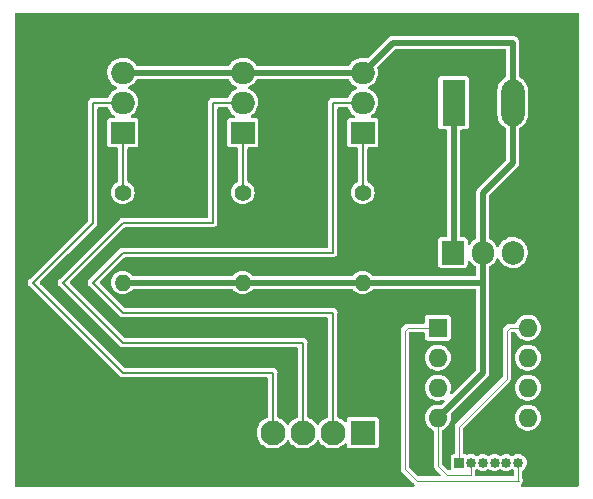
<source format=gbl>
G04 #@! TF.GenerationSoftware,KiCad,Pcbnew,7.0.8*
G04 #@! TF.CreationDate,2023-11-20T21:20:03+01:00*
G04 #@! TF.ProjectId,led-controller,6c65642d-636f-46e7-9472-6f6c6c65722e,rev?*
G04 #@! TF.SameCoordinates,Original*
G04 #@! TF.FileFunction,Copper,L2,Bot*
G04 #@! TF.FilePolarity,Positive*
%FSLAX46Y46*%
G04 Gerber Fmt 4.6, Leading zero omitted, Abs format (unit mm)*
G04 Created by KiCad (PCBNEW 7.0.8) date 2023-11-20 21:20:03*
%MOMM*%
%LPD*%
G01*
G04 APERTURE LIST*
G04 #@! TA.AperFunction,ComponentPad*
%ADD10R,2.000000X1.905000*%
G04 #@! TD*
G04 #@! TA.AperFunction,ComponentPad*
%ADD11O,2.000000X1.905000*%
G04 #@! TD*
G04 #@! TA.AperFunction,ComponentPad*
%ADD12R,1.600000X1.600000*%
G04 #@! TD*
G04 #@! TA.AperFunction,ComponentPad*
%ADD13O,1.600000X1.600000*%
G04 #@! TD*
G04 #@! TA.AperFunction,ComponentPad*
%ADD14R,1.905000X2.000000*%
G04 #@! TD*
G04 #@! TA.AperFunction,ComponentPad*
%ADD15O,1.905000X2.000000*%
G04 #@! TD*
G04 #@! TA.AperFunction,ComponentPad*
%ADD16C,1.400000*%
G04 #@! TD*
G04 #@! TA.AperFunction,ComponentPad*
%ADD17O,1.400000X1.400000*%
G04 #@! TD*
G04 #@! TA.AperFunction,ComponentPad*
%ADD18R,0.850000X0.850000*%
G04 #@! TD*
G04 #@! TA.AperFunction,ComponentPad*
%ADD19O,0.850000X0.850000*%
G04 #@! TD*
G04 #@! TA.AperFunction,ComponentPad*
%ADD20R,2.100000X2.100000*%
G04 #@! TD*
G04 #@! TA.AperFunction,ComponentPad*
%ADD21C,2.100000*%
G04 #@! TD*
G04 #@! TA.AperFunction,ComponentPad*
%ADD22R,1.980000X3.960000*%
G04 #@! TD*
G04 #@! TA.AperFunction,ComponentPad*
%ADD23O,1.980000X3.960000*%
G04 #@! TD*
G04 #@! TA.AperFunction,Conductor*
%ADD24C,0.200000*%
G04 #@! TD*
G04 #@! TA.AperFunction,Conductor*
%ADD25C,0.500000*%
G04 #@! TD*
G04 #@! TA.AperFunction,Conductor*
%ADD26C,0.100000*%
G04 #@! TD*
G04 APERTURE END LIST*
D10*
X86360000Y-91440000D03*
D11*
X86360000Y-88900000D03*
X86360000Y-86360000D03*
D12*
X102880000Y-107960000D03*
D13*
X102880000Y-110500000D03*
X102880000Y-113040000D03*
X102880000Y-115580000D03*
X110500000Y-115580000D03*
X110500000Y-113040000D03*
X110500000Y-110500000D03*
X110500000Y-107960000D03*
D14*
X104140000Y-101600000D03*
D15*
X106680000Y-101600000D03*
X109220000Y-101600000D03*
D16*
X76200000Y-96520000D03*
D17*
X76200000Y-104140000D03*
D18*
X104680000Y-119380000D03*
D19*
X105680000Y-119380000D03*
X106680000Y-119380000D03*
X107680000Y-119380000D03*
X108680000Y-119380000D03*
X109680000Y-119380000D03*
D16*
X86360000Y-96520000D03*
D17*
X86360000Y-104140000D03*
D16*
X96520000Y-96520000D03*
D17*
X96520000Y-104140000D03*
D20*
X96520000Y-116840000D03*
D21*
X93980000Y-116840000D03*
X91440000Y-116840000D03*
X88900000Y-116840000D03*
D22*
X104220000Y-88900000D03*
D23*
X109220000Y-88900000D03*
D10*
X96520000Y-91440000D03*
D11*
X96520000Y-88900000D03*
X96520000Y-86360000D03*
D10*
X76200000Y-91440000D03*
D11*
X76200000Y-88900000D03*
X76200000Y-86360000D03*
D24*
X76200000Y-101600000D02*
X73660000Y-104140000D01*
X93980000Y-101600000D02*
X76200000Y-101600000D01*
X93980000Y-88900000D02*
X93980000Y-101600000D01*
X76200000Y-106680000D02*
X93980000Y-106680000D01*
X73660000Y-104140000D02*
X76200000Y-106680000D01*
X96520000Y-88900000D02*
X93980000Y-88900000D01*
X93980000Y-106680000D02*
X93980000Y-116840000D01*
D25*
X99060000Y-83820000D02*
X109220000Y-83820000D01*
X109220000Y-88900000D02*
X109220000Y-93980000D01*
D26*
X105680000Y-120380000D02*
X105680000Y-119380000D01*
X102880000Y-115580000D02*
X102880000Y-119644000D01*
D25*
X106680000Y-104140000D02*
X106680000Y-111780000D01*
D26*
X102880000Y-119644000D02*
X103632000Y-120396000D01*
D25*
X96520000Y-86360000D02*
X99060000Y-83820000D01*
X106680000Y-104140000D02*
X76200000Y-104140000D01*
X106680000Y-96520000D02*
X106680000Y-101600000D01*
X86360000Y-86360000D02*
X96520000Y-86360000D01*
X106680000Y-111780000D02*
X102880000Y-115580000D01*
X109220000Y-83820000D02*
X109220000Y-88900000D01*
X106680000Y-101600000D02*
X106680000Y-104140000D01*
X109220000Y-93980000D02*
X106680000Y-96520000D01*
D26*
X103632000Y-120396000D02*
X105664000Y-120396000D01*
X105664000Y-120396000D02*
X105680000Y-120380000D01*
D25*
X76200000Y-86360000D02*
X86360000Y-86360000D01*
D24*
X76200000Y-109220000D02*
X91440000Y-109220000D01*
X91440000Y-109220000D02*
X91440000Y-116840000D01*
X86360000Y-88900000D02*
X83820000Y-88900000D01*
X83820000Y-99060000D02*
X76200000Y-99060000D01*
X83820000Y-88900000D02*
X83820000Y-99060000D01*
X71120000Y-104140000D02*
X76200000Y-109220000D01*
X76200000Y-99060000D02*
X71120000Y-104140000D01*
X76200000Y-91440000D02*
X76200000Y-96520000D01*
X73660000Y-99060000D02*
X68580000Y-104140000D01*
X88900000Y-111760000D02*
X88900000Y-116840000D01*
X73660000Y-88900000D02*
X73660000Y-99060000D01*
X76200000Y-111760000D02*
X88900000Y-111760000D01*
X68580000Y-104140000D02*
X76200000Y-111760000D01*
X76200000Y-88900000D02*
X73660000Y-88900000D01*
D25*
X104220000Y-101520000D02*
X104140000Y-101600000D01*
X104220000Y-88900000D02*
X104220000Y-101520000D01*
D26*
X108712000Y-112268000D02*
X104648000Y-116332000D01*
X108956000Y-107960000D02*
X108712000Y-108204000D01*
X110500000Y-107960000D02*
X108956000Y-107960000D01*
X104680000Y-116364000D02*
X104680000Y-119380000D01*
X108712000Y-108204000D02*
X108712000Y-112268000D01*
X104648000Y-116332000D02*
X104680000Y-116364000D01*
D24*
X96520000Y-96520000D02*
X96520000Y-91440000D01*
X86360000Y-96520000D02*
X86360000Y-91440000D01*
D26*
X100076000Y-108204000D02*
X100076000Y-119888000D01*
X100320000Y-107960000D02*
X100076000Y-108204000D01*
X100076000Y-119888000D02*
X101092000Y-120904000D01*
X101092000Y-120904000D02*
X109728000Y-120904000D01*
X109680000Y-120856000D02*
X109680000Y-119380000D01*
X102880000Y-107960000D02*
X100320000Y-107960000D01*
X109728000Y-120904000D02*
X109680000Y-120856000D01*
G04 #@! TA.AperFunction,NonConductor*
G36*
X95338788Y-86930185D02*
G01*
X95380942Y-86975739D01*
X95422553Y-87053064D01*
X95563177Y-87229402D01*
X95563181Y-87229405D01*
X95563184Y-87229409D01*
X95733021Y-87377790D01*
X95733021Y-87377791D01*
X95733025Y-87377793D01*
X95733028Y-87377796D01*
X95926646Y-87493477D01*
X95980246Y-87513593D01*
X96036092Y-87555576D01*
X96060376Y-87621090D01*
X96045385Y-87689333D01*
X95995880Y-87738638D01*
X95990476Y-87741405D01*
X95827238Y-87820016D01*
X95827232Y-87820019D01*
X95644775Y-87952582D01*
X95644767Y-87952588D01*
X95488906Y-88115606D01*
X95364654Y-88303841D01*
X95364654Y-88303842D01*
X95321183Y-88405549D01*
X95313196Y-88424235D01*
X95268747Y-88478143D01*
X95202209Y-88499463D01*
X95199174Y-88499500D01*
X94021275Y-88499500D01*
X94001879Y-88497973D01*
X93980000Y-88494508D01*
X93979998Y-88494508D01*
X93948481Y-88499500D01*
X93854699Y-88514352D01*
X93854698Y-88514352D01*
X93779337Y-88552751D01*
X93741658Y-88571950D01*
X93741657Y-88571951D01*
X93741652Y-88571954D01*
X93651954Y-88661652D01*
X93651951Y-88661657D01*
X93594352Y-88774698D01*
X93594352Y-88774699D01*
X93574508Y-88899996D01*
X93574508Y-88900000D01*
X93577973Y-88921876D01*
X93579500Y-88941275D01*
X93579500Y-101075500D01*
X93559815Y-101142539D01*
X93507011Y-101188294D01*
X93455500Y-101199500D01*
X76165948Y-101199500D01*
X76165924Y-101199501D01*
X76136564Y-101199501D01*
X76115499Y-101206346D01*
X76096582Y-101210887D01*
X76074700Y-101214352D01*
X76074695Y-101214354D01*
X76054950Y-101224414D01*
X76036986Y-101231855D01*
X76015907Y-101238705D01*
X75997984Y-101251727D01*
X75981399Y-101261890D01*
X75961659Y-101271948D01*
X75950375Y-101283232D01*
X75939091Y-101294517D01*
X74966884Y-102266723D01*
X73405988Y-103827617D01*
X73391196Y-103840252D01*
X73373274Y-103853273D01*
X73352495Y-103881872D01*
X73352493Y-103881874D01*
X73325799Y-103918617D01*
X73298705Y-103955908D01*
X73259500Y-104076565D01*
X73259500Y-104203434D01*
X73279102Y-104263761D01*
X73298704Y-104324090D01*
X73298705Y-104324091D01*
X73355906Y-104402824D01*
X73355920Y-104402841D01*
X73373272Y-104426724D01*
X73373273Y-104426724D01*
X73373274Y-104426726D01*
X73391201Y-104439751D01*
X73405988Y-104452381D01*
X75871950Y-106918342D01*
X75961658Y-107008050D01*
X75981395Y-107018106D01*
X75997981Y-107028269D01*
X76015910Y-107041296D01*
X76015912Y-107041296D01*
X76015913Y-107041297D01*
X76036974Y-107048140D01*
X76054953Y-107055586D01*
X76074696Y-107065646D01*
X76096585Y-107069112D01*
X76115501Y-107073653D01*
X76136567Y-107080499D01*
X76165924Y-107080499D01*
X76165948Y-107080500D01*
X76168481Y-107080500D01*
X93455500Y-107080500D01*
X93522539Y-107100185D01*
X93568294Y-107152989D01*
X93579500Y-107204500D01*
X93579500Y-115457647D01*
X93559815Y-115524686D01*
X93507905Y-115570029D01*
X93302171Y-115665964D01*
X93302169Y-115665965D01*
X93108597Y-115801505D01*
X92941505Y-115968597D01*
X92811575Y-116154158D01*
X92756998Y-116197783D01*
X92687500Y-116204977D01*
X92625145Y-116173454D01*
X92608425Y-116154158D01*
X92478494Y-115968597D01*
X92311402Y-115801506D01*
X92311395Y-115801501D01*
X92117834Y-115665967D01*
X92117830Y-115665965D01*
X91912095Y-115570029D01*
X91859656Y-115523857D01*
X91840500Y-115457647D01*
X91840500Y-109261275D01*
X91842027Y-109241876D01*
X91845492Y-109220000D01*
X91845492Y-109219996D01*
X91825647Y-109094699D01*
X91825647Y-109094698D01*
X91808222Y-109060500D01*
X91768050Y-108981658D01*
X91768046Y-108981654D01*
X91768045Y-108981652D01*
X91678347Y-108891954D01*
X91678344Y-108891952D01*
X91678342Y-108891950D01*
X91565304Y-108834354D01*
X91565303Y-108834353D01*
X91565300Y-108834352D01*
X91471519Y-108819500D01*
X91440002Y-108814508D01*
X91440000Y-108814508D01*
X91418120Y-108817973D01*
X91398725Y-108819500D01*
X76417255Y-108819500D01*
X76350216Y-108799815D01*
X76329574Y-108783181D01*
X71774074Y-104227681D01*
X71740589Y-104166358D01*
X71745573Y-104096666D01*
X71774074Y-104052319D01*
X76329574Y-99496819D01*
X76390897Y-99463334D01*
X76417255Y-99460500D01*
X83778725Y-99460500D01*
X83798120Y-99462026D01*
X83820000Y-99465492D01*
X83820003Y-99465492D01*
X83945300Y-99445647D01*
X83945301Y-99445647D01*
X83945302Y-99445646D01*
X83945304Y-99445646D01*
X84058342Y-99388050D01*
X84148050Y-99298342D01*
X84205646Y-99185304D01*
X84205646Y-99185302D01*
X84205647Y-99185301D01*
X84221260Y-99086724D01*
X84221260Y-99086714D01*
X84225492Y-99060000D01*
X84222026Y-99038121D01*
X84220500Y-99018724D01*
X84220500Y-89424500D01*
X84240185Y-89357461D01*
X84292989Y-89311706D01*
X84344500Y-89300500D01*
X85035056Y-89300500D01*
X85102095Y-89320185D01*
X85147850Y-89372989D01*
X85152986Y-89386179D01*
X85155674Y-89394451D01*
X85262553Y-89593064D01*
X85403177Y-89769402D01*
X85403181Y-89769405D01*
X85403184Y-89769409D01*
X85573021Y-89917790D01*
X85573028Y-89917796D01*
X85637897Y-89956553D01*
X85685350Y-90007835D01*
X85697545Y-90076632D01*
X85670610Y-90141101D01*
X85613096Y-90180774D01*
X85574297Y-90187000D01*
X85315143Y-90187000D01*
X85315117Y-90187002D01*
X85290012Y-90189913D01*
X85290008Y-90189915D01*
X85187235Y-90235293D01*
X85107794Y-90314734D01*
X85062415Y-90417506D01*
X85062415Y-90417508D01*
X85059500Y-90442631D01*
X85059500Y-92437356D01*
X85059502Y-92437382D01*
X85062413Y-92462487D01*
X85062415Y-92462491D01*
X85107793Y-92565264D01*
X85107794Y-92565265D01*
X85187235Y-92644706D01*
X85290009Y-92690085D01*
X85315135Y-92693000D01*
X85835500Y-92692999D01*
X85902539Y-92712683D01*
X85948294Y-92765487D01*
X85959500Y-92816999D01*
X85959500Y-95525293D01*
X85939815Y-95592332D01*
X85893955Y-95634650D01*
X85801460Y-95684090D01*
X85649116Y-95809116D01*
X85524090Y-95961460D01*
X85524086Y-95961467D01*
X85431188Y-96135266D01*
X85373975Y-96323870D01*
X85354659Y-96520000D01*
X85373975Y-96716129D01*
X85431188Y-96904733D01*
X85524086Y-97078532D01*
X85524090Y-97078539D01*
X85649116Y-97230883D01*
X85801460Y-97355909D01*
X85801467Y-97355913D01*
X85975266Y-97448811D01*
X85975269Y-97448811D01*
X85975273Y-97448814D01*
X86163868Y-97506024D01*
X86360000Y-97525341D01*
X86556132Y-97506024D01*
X86744727Y-97448814D01*
X86918538Y-97355910D01*
X87070883Y-97230883D01*
X87195910Y-97078538D01*
X87288814Y-96904727D01*
X87346024Y-96716132D01*
X87365341Y-96520000D01*
X87346024Y-96323868D01*
X87288814Y-96135273D01*
X87288811Y-96135269D01*
X87288811Y-96135266D01*
X87195913Y-95961467D01*
X87195909Y-95961460D01*
X87070883Y-95809116D01*
X86918539Y-95684090D01*
X86826045Y-95634650D01*
X86776202Y-95585687D01*
X86760500Y-95525293D01*
X86760500Y-92816999D01*
X86780185Y-92749960D01*
X86832989Y-92704205D01*
X86884500Y-92692999D01*
X87404856Y-92692999D01*
X87404864Y-92692999D01*
X87404879Y-92692997D01*
X87404882Y-92692997D01*
X87429987Y-92690086D01*
X87429988Y-92690085D01*
X87429991Y-92690085D01*
X87532765Y-92644706D01*
X87612206Y-92565265D01*
X87657585Y-92462491D01*
X87660500Y-92437365D01*
X87660499Y-90442636D01*
X87660497Y-90442617D01*
X87657586Y-90417512D01*
X87657585Y-90417510D01*
X87657585Y-90417509D01*
X87612206Y-90314735D01*
X87532765Y-90235294D01*
X87532763Y-90235293D01*
X87429992Y-90189915D01*
X87404868Y-90187000D01*
X87149461Y-90187000D01*
X87082422Y-90167315D01*
X87036667Y-90114511D01*
X87026723Y-90045353D01*
X87055748Y-89981797D01*
X87076576Y-89962682D01*
X87235224Y-89847417D01*
X87235230Y-89847413D01*
X87391095Y-89684391D01*
X87515346Y-89496158D01*
X87603991Y-89288763D01*
X87654179Y-89068874D01*
X87664298Y-88843557D01*
X87634023Y-88620054D01*
X87564326Y-88405549D01*
X87457447Y-88206936D01*
X87316823Y-88030598D01*
X87316817Y-88030593D01*
X87316815Y-88030590D01*
X87146978Y-87882209D01*
X87146978Y-87882208D01*
X87146973Y-87882205D01*
X87146972Y-87882204D01*
X86953354Y-87766523D01*
X86899752Y-87746405D01*
X86843906Y-87704422D01*
X86819623Y-87638908D01*
X86834614Y-87570665D01*
X86884120Y-87521361D01*
X86889505Y-87518603D01*
X87052761Y-87439984D01*
X87235230Y-87307413D01*
X87391095Y-87144391D01*
X87508725Y-86966189D01*
X87562085Y-86921084D01*
X87612212Y-86910500D01*
X95271749Y-86910500D01*
X95338788Y-86930185D01*
G37*
G04 #@! TD.AperFunction*
G04 #@! TA.AperFunction,NonConductor*
G36*
X85178788Y-86930185D02*
G01*
X85220942Y-86975739D01*
X85262553Y-87053064D01*
X85403177Y-87229402D01*
X85403181Y-87229405D01*
X85403184Y-87229409D01*
X85573021Y-87377790D01*
X85573021Y-87377791D01*
X85573025Y-87377793D01*
X85573028Y-87377796D01*
X85766646Y-87493477D01*
X85820246Y-87513593D01*
X85876092Y-87555576D01*
X85900376Y-87621090D01*
X85885385Y-87689333D01*
X85835880Y-87738638D01*
X85830476Y-87741405D01*
X85667238Y-87820016D01*
X85667232Y-87820019D01*
X85484775Y-87952582D01*
X85484767Y-87952588D01*
X85328906Y-88115606D01*
X85204654Y-88303841D01*
X85204654Y-88303842D01*
X85161183Y-88405549D01*
X85153196Y-88424235D01*
X85108747Y-88478143D01*
X85042209Y-88499463D01*
X85039174Y-88499500D01*
X83861275Y-88499500D01*
X83841879Y-88497973D01*
X83820000Y-88494508D01*
X83819998Y-88494508D01*
X83788481Y-88499500D01*
X83694699Y-88514352D01*
X83694698Y-88514352D01*
X83619337Y-88552751D01*
X83581658Y-88571950D01*
X83581657Y-88571951D01*
X83581652Y-88571954D01*
X83491954Y-88661652D01*
X83491951Y-88661657D01*
X83434352Y-88774698D01*
X83434352Y-88774699D01*
X83414508Y-88899996D01*
X83414508Y-88900000D01*
X83417973Y-88921876D01*
X83419500Y-88941275D01*
X83419500Y-98535500D01*
X83399815Y-98602539D01*
X83347011Y-98648294D01*
X83295500Y-98659500D01*
X76136567Y-98659500D01*
X76115491Y-98666347D01*
X76096582Y-98670887D01*
X76074695Y-98674354D01*
X76054952Y-98684413D01*
X76036988Y-98691854D01*
X76015910Y-98698703D01*
X76015905Y-98698706D01*
X75997977Y-98711731D01*
X75981397Y-98721891D01*
X75961660Y-98731948D01*
X75961659Y-98731949D01*
X75939094Y-98754513D01*
X75939091Y-98754516D01*
X70865988Y-103827617D01*
X70851196Y-103840252D01*
X70833274Y-103853273D01*
X70812495Y-103881872D01*
X70812493Y-103881874D01*
X70785799Y-103918617D01*
X70758705Y-103955908D01*
X70719500Y-104076565D01*
X70719500Y-104203434D01*
X70739102Y-104263761D01*
X70758704Y-104324090D01*
X70758705Y-104324091D01*
X70815906Y-104402824D01*
X70815920Y-104402841D01*
X70833272Y-104426724D01*
X70833273Y-104426724D01*
X70833274Y-104426726D01*
X70851201Y-104439751D01*
X70865988Y-104452381D01*
X75940986Y-109527380D01*
X75941006Y-109527398D01*
X75961658Y-109548050D01*
X75981394Y-109558106D01*
X75997982Y-109568271D01*
X76015910Y-109581296D01*
X76036979Y-109588141D01*
X76054958Y-109595588D01*
X76074696Y-109605646D01*
X76096578Y-109609111D01*
X76115491Y-109613652D01*
X76136567Y-109620500D01*
X76168481Y-109620500D01*
X90915500Y-109620500D01*
X90982539Y-109640185D01*
X91028294Y-109692989D01*
X91039500Y-109744500D01*
X91039500Y-115457647D01*
X91019815Y-115524686D01*
X90967905Y-115570029D01*
X90762171Y-115665964D01*
X90762169Y-115665965D01*
X90568597Y-115801505D01*
X90401505Y-115968597D01*
X90271575Y-116154158D01*
X90216998Y-116197783D01*
X90147500Y-116204977D01*
X90085145Y-116173454D01*
X90068425Y-116154158D01*
X89938494Y-115968597D01*
X89771402Y-115801506D01*
X89771395Y-115801501D01*
X89577834Y-115665967D01*
X89577830Y-115665965D01*
X89372095Y-115570029D01*
X89319656Y-115523857D01*
X89300500Y-115457647D01*
X89300500Y-111801275D01*
X89302027Y-111781876D01*
X89305492Y-111760000D01*
X89305492Y-111759996D01*
X89285647Y-111634699D01*
X89285647Y-111634698D01*
X89262002Y-111588293D01*
X89228050Y-111521658D01*
X89228046Y-111521654D01*
X89228045Y-111521652D01*
X89138347Y-111431954D01*
X89138344Y-111431952D01*
X89138342Y-111431950D01*
X89025304Y-111374354D01*
X89025303Y-111374353D01*
X89025300Y-111374352D01*
X88931519Y-111359500D01*
X88900002Y-111354508D01*
X88900000Y-111354508D01*
X88878120Y-111357973D01*
X88858725Y-111359500D01*
X76417254Y-111359500D01*
X76350215Y-111339815D01*
X76329573Y-111323181D01*
X69234073Y-104227681D01*
X69200588Y-104166358D01*
X69205572Y-104096666D01*
X69234073Y-104052319D01*
X71561089Y-101725304D01*
X73965484Y-99320909D01*
X73965484Y-99320908D01*
X73972552Y-99313841D01*
X73972557Y-99313834D01*
X73988050Y-99298342D01*
X73998114Y-99278588D01*
X74008263Y-99262026D01*
X74021296Y-99244090D01*
X74028144Y-99223011D01*
X74035586Y-99205044D01*
X74045646Y-99185304D01*
X74049112Y-99163417D01*
X74053655Y-99144498D01*
X74060500Y-99123433D01*
X74060500Y-98996567D01*
X74060500Y-89424500D01*
X74080185Y-89357461D01*
X74132989Y-89311706D01*
X74184500Y-89300500D01*
X74875056Y-89300500D01*
X74942095Y-89320185D01*
X74987850Y-89372989D01*
X74992986Y-89386179D01*
X74995674Y-89394451D01*
X75102553Y-89593064D01*
X75243177Y-89769402D01*
X75243181Y-89769405D01*
X75243184Y-89769409D01*
X75413021Y-89917790D01*
X75413028Y-89917796D01*
X75477897Y-89956553D01*
X75525350Y-90007835D01*
X75537545Y-90076632D01*
X75510610Y-90141101D01*
X75453096Y-90180774D01*
X75414297Y-90187000D01*
X75155143Y-90187000D01*
X75155117Y-90187002D01*
X75130012Y-90189913D01*
X75130008Y-90189915D01*
X75027235Y-90235293D01*
X74947794Y-90314734D01*
X74902415Y-90417506D01*
X74902415Y-90417508D01*
X74899500Y-90442631D01*
X74899500Y-92437356D01*
X74899502Y-92437382D01*
X74902413Y-92462487D01*
X74902415Y-92462491D01*
X74947793Y-92565264D01*
X74947794Y-92565265D01*
X75027235Y-92644706D01*
X75130009Y-92690085D01*
X75155135Y-92693000D01*
X75675500Y-92692999D01*
X75742539Y-92712683D01*
X75788294Y-92765487D01*
X75799500Y-92816999D01*
X75799500Y-95525293D01*
X75779815Y-95592332D01*
X75733955Y-95634650D01*
X75641460Y-95684090D01*
X75489116Y-95809116D01*
X75364090Y-95961460D01*
X75364086Y-95961467D01*
X75271188Y-96135266D01*
X75213975Y-96323870D01*
X75194659Y-96520000D01*
X75213975Y-96716129D01*
X75271188Y-96904733D01*
X75364086Y-97078532D01*
X75364090Y-97078539D01*
X75489116Y-97230883D01*
X75641460Y-97355909D01*
X75641467Y-97355913D01*
X75815266Y-97448811D01*
X75815269Y-97448811D01*
X75815273Y-97448814D01*
X76003868Y-97506024D01*
X76200000Y-97525341D01*
X76396132Y-97506024D01*
X76584727Y-97448814D01*
X76758538Y-97355910D01*
X76910883Y-97230883D01*
X77035910Y-97078538D01*
X77128814Y-96904727D01*
X77186024Y-96716132D01*
X77205341Y-96520000D01*
X77186024Y-96323868D01*
X77128814Y-96135273D01*
X77128811Y-96135269D01*
X77128811Y-96135266D01*
X77035913Y-95961467D01*
X77035909Y-95961460D01*
X76910883Y-95809116D01*
X76758539Y-95684090D01*
X76666045Y-95634650D01*
X76616202Y-95585687D01*
X76600500Y-95525293D01*
X76600500Y-92816999D01*
X76620185Y-92749960D01*
X76672989Y-92704205D01*
X76724500Y-92692999D01*
X77244856Y-92692999D01*
X77244864Y-92692999D01*
X77244879Y-92692997D01*
X77244882Y-92692997D01*
X77269987Y-92690086D01*
X77269988Y-92690085D01*
X77269991Y-92690085D01*
X77372765Y-92644706D01*
X77452206Y-92565265D01*
X77497585Y-92462491D01*
X77500500Y-92437365D01*
X77500499Y-90442636D01*
X77500497Y-90442617D01*
X77497586Y-90417512D01*
X77497585Y-90417510D01*
X77497585Y-90417509D01*
X77452206Y-90314735D01*
X77372765Y-90235294D01*
X77372763Y-90235293D01*
X77269992Y-90189915D01*
X77244868Y-90187000D01*
X76989461Y-90187000D01*
X76922422Y-90167315D01*
X76876667Y-90114511D01*
X76866723Y-90045353D01*
X76895748Y-89981797D01*
X76916576Y-89962682D01*
X77075224Y-89847417D01*
X77075230Y-89847413D01*
X77231095Y-89684391D01*
X77355346Y-89496158D01*
X77443991Y-89288763D01*
X77494179Y-89068874D01*
X77504298Y-88843557D01*
X77474023Y-88620054D01*
X77404326Y-88405549D01*
X77297447Y-88206936D01*
X77156823Y-88030598D01*
X77156817Y-88030593D01*
X77156815Y-88030590D01*
X76986978Y-87882209D01*
X76986978Y-87882208D01*
X76986973Y-87882205D01*
X76986972Y-87882204D01*
X76793354Y-87766523D01*
X76739752Y-87746405D01*
X76683906Y-87704422D01*
X76659623Y-87638908D01*
X76674614Y-87570665D01*
X76724120Y-87521361D01*
X76729505Y-87518603D01*
X76892761Y-87439984D01*
X77075230Y-87307413D01*
X77231095Y-87144391D01*
X77348725Y-86966189D01*
X77402085Y-86921084D01*
X77452212Y-86910500D01*
X85111749Y-86910500D01*
X85178788Y-86930185D01*
G37*
G04 #@! TD.AperFunction*
G04 #@! TA.AperFunction,NonConductor*
G36*
X109245971Y-119964113D02*
G01*
X109267698Y-119977765D01*
X109271473Y-119980137D01*
X109317764Y-120032472D01*
X109329500Y-120085130D01*
X109329500Y-120429500D01*
X109309815Y-120496539D01*
X109257011Y-120542294D01*
X109205500Y-120553500D01*
X106156886Y-120553500D01*
X106089847Y-120533815D01*
X106044092Y-120481011D01*
X106036877Y-120434063D01*
X106033042Y-120434222D01*
X106030500Y-120372770D01*
X106030500Y-120085130D01*
X106050185Y-120018091D01*
X106088523Y-119980139D01*
X106114027Y-119964113D01*
X106181261Y-119945113D01*
X106245970Y-119964112D01*
X106363225Y-120037789D01*
X106517539Y-120091786D01*
X106517542Y-120091786D01*
X106517544Y-120091787D01*
X106679996Y-120110091D01*
X106680000Y-120110091D01*
X106680004Y-120110091D01*
X106842455Y-120091787D01*
X106842456Y-120091786D01*
X106842461Y-120091786D01*
X106996775Y-120037789D01*
X107114028Y-119964113D01*
X107181264Y-119945113D01*
X107245971Y-119964113D01*
X107308465Y-120003381D01*
X107344168Y-120025815D01*
X107363225Y-120037789D01*
X107517539Y-120091786D01*
X107517542Y-120091786D01*
X107517544Y-120091787D01*
X107679996Y-120110091D01*
X107680000Y-120110091D01*
X107680004Y-120110091D01*
X107842455Y-120091787D01*
X107842456Y-120091786D01*
X107842461Y-120091786D01*
X107996775Y-120037789D01*
X108114028Y-119964113D01*
X108181264Y-119945113D01*
X108245971Y-119964113D01*
X108308465Y-120003381D01*
X108344168Y-120025815D01*
X108363225Y-120037789D01*
X108517539Y-120091786D01*
X108517542Y-120091786D01*
X108517544Y-120091787D01*
X108679996Y-120110091D01*
X108680000Y-120110091D01*
X108680004Y-120110091D01*
X108842455Y-120091787D01*
X108842456Y-120091786D01*
X108842461Y-120091786D01*
X108996775Y-120037789D01*
X109114028Y-119964113D01*
X109181264Y-119945113D01*
X109245971Y-119964113D01*
G37*
G04 #@! TD.AperFunction*
G04 #@! TA.AperFunction,NonConductor*
G36*
X114750539Y-81300185D02*
G01*
X114796294Y-81352989D01*
X114807500Y-81404500D01*
X114807500Y-121287500D01*
X114787815Y-121354539D01*
X114735011Y-121400294D01*
X114683500Y-121411500D01*
X110015702Y-121411500D01*
X109948663Y-121391815D01*
X109902908Y-121339011D01*
X109892964Y-121269853D01*
X109921989Y-121206297D01*
X109939543Y-121189644D01*
X109946252Y-121184420D01*
X109946258Y-121184418D01*
X109968533Y-121160218D01*
X109974064Y-121154912D01*
X109999158Y-121133660D01*
X110003903Y-121125695D01*
X110019196Y-121105185D01*
X110025484Y-121098356D01*
X110038691Y-121068245D01*
X110042211Y-121061407D01*
X110059037Y-121033171D01*
X110060940Y-121024092D01*
X110068747Y-120999725D01*
X110072473Y-120991232D01*
X110075188Y-120958463D01*
X110076297Y-120950852D01*
X110083042Y-120918685D01*
X110081894Y-120909484D01*
X110081365Y-120883904D01*
X110082132Y-120874656D01*
X110074059Y-120842781D01*
X110072638Y-120835226D01*
X110068573Y-120802607D01*
X110064496Y-120794267D01*
X110055693Y-120770250D01*
X110053416Y-120761259D01*
X110053415Y-120761257D01*
X110050690Y-120757086D01*
X110030503Y-120690196D01*
X110030500Y-120689267D01*
X110030500Y-120085130D01*
X110050185Y-120018091D01*
X110088526Y-119980137D01*
X110135204Y-119950808D01*
X110250808Y-119835204D01*
X110337789Y-119696775D01*
X110391786Y-119542461D01*
X110391787Y-119542455D01*
X110410091Y-119380003D01*
X110410091Y-119379996D01*
X110391787Y-119217544D01*
X110391786Y-119217542D01*
X110391786Y-119217539D01*
X110337789Y-119063225D01*
X110250808Y-118924796D01*
X110135204Y-118809192D01*
X110114028Y-118795886D01*
X109996774Y-118722210D01*
X109842455Y-118668212D01*
X109680004Y-118649909D01*
X109679996Y-118649909D01*
X109517544Y-118668212D01*
X109363225Y-118722210D01*
X109245972Y-118795886D01*
X109178735Y-118814886D01*
X109114028Y-118795886D01*
X108996774Y-118722210D01*
X108842455Y-118668212D01*
X108680004Y-118649909D01*
X108679996Y-118649909D01*
X108517544Y-118668212D01*
X108363225Y-118722210D01*
X108245972Y-118795886D01*
X108178735Y-118814886D01*
X108114028Y-118795886D01*
X107996774Y-118722210D01*
X107842455Y-118668212D01*
X107680004Y-118649909D01*
X107679996Y-118649909D01*
X107517544Y-118668212D01*
X107363225Y-118722210D01*
X107245972Y-118795886D01*
X107178735Y-118814886D01*
X107114028Y-118795886D01*
X106996774Y-118722210D01*
X106842455Y-118668212D01*
X106680004Y-118649909D01*
X106679996Y-118649909D01*
X106517544Y-118668212D01*
X106363225Y-118722210D01*
X106245972Y-118795886D01*
X106178735Y-118814886D01*
X106114028Y-118795886D01*
X105996774Y-118722210D01*
X105842455Y-118668212D01*
X105680004Y-118649909D01*
X105679996Y-118649909D01*
X105517544Y-118668212D01*
X105384666Y-118714708D01*
X105314887Y-118718269D01*
X105288634Y-118706620D01*
X105288275Y-118707435D01*
X105277765Y-118702794D01*
X105234612Y-118683740D01*
X105174992Y-118657415D01*
X105149859Y-118654499D01*
X105147333Y-118654353D01*
X105146725Y-118654135D01*
X105146306Y-118654087D01*
X105146317Y-118653989D01*
X105081543Y-118630826D01*
X105038917Y-118575466D01*
X105030500Y-118530560D01*
X105030500Y-116496542D01*
X105050185Y-116429503D01*
X105066814Y-116408866D01*
X105895680Y-115580000D01*
X109394785Y-115580000D01*
X109413602Y-115783082D01*
X109469417Y-115979247D01*
X109469422Y-115979260D01*
X109560327Y-116161821D01*
X109683237Y-116324581D01*
X109833958Y-116461980D01*
X109833960Y-116461982D01*
X109851605Y-116472907D01*
X110007363Y-116569348D01*
X110197544Y-116643024D01*
X110398024Y-116680500D01*
X110398026Y-116680500D01*
X110601974Y-116680500D01*
X110601976Y-116680500D01*
X110802456Y-116643024D01*
X110992637Y-116569348D01*
X111166041Y-116461981D01*
X111316764Y-116324579D01*
X111439673Y-116161821D01*
X111530582Y-115979250D01*
X111586397Y-115783083D01*
X111605215Y-115580000D01*
X111602358Y-115549172D01*
X111586397Y-115376917D01*
X111563186Y-115295339D01*
X111530582Y-115180750D01*
X111439673Y-114998179D01*
X111316764Y-114835421D01*
X111316762Y-114835418D01*
X111166041Y-114698019D01*
X111166039Y-114698017D01*
X110992642Y-114590655D01*
X110992635Y-114590651D01*
X110897546Y-114553814D01*
X110802456Y-114516976D01*
X110601976Y-114479500D01*
X110398024Y-114479500D01*
X110197544Y-114516976D01*
X110197541Y-114516976D01*
X110197541Y-114516977D01*
X110007364Y-114590651D01*
X110007357Y-114590655D01*
X109833960Y-114698017D01*
X109833958Y-114698019D01*
X109683237Y-114835418D01*
X109560327Y-114998178D01*
X109469422Y-115180739D01*
X109469417Y-115180752D01*
X109413602Y-115376917D01*
X109394785Y-115579999D01*
X109394785Y-115580000D01*
X105895680Y-115580000D01*
X108435679Y-113040000D01*
X109394785Y-113040000D01*
X109413602Y-113243082D01*
X109469417Y-113439247D01*
X109469422Y-113439260D01*
X109560327Y-113621821D01*
X109683237Y-113784581D01*
X109833958Y-113921980D01*
X109833960Y-113921982D01*
X109933141Y-113983392D01*
X110007363Y-114029348D01*
X110197544Y-114103024D01*
X110398024Y-114140500D01*
X110398026Y-114140500D01*
X110601974Y-114140500D01*
X110601976Y-114140500D01*
X110802456Y-114103024D01*
X110992637Y-114029348D01*
X111166041Y-113921981D01*
X111316764Y-113784579D01*
X111439673Y-113621821D01*
X111530582Y-113439250D01*
X111586397Y-113243083D01*
X111605215Y-113040000D01*
X111586397Y-112836917D01*
X111530582Y-112640750D01*
X111439673Y-112458179D01*
X111340225Y-112326488D01*
X111316762Y-112295418D01*
X111166041Y-112158019D01*
X111166039Y-112158017D01*
X110992642Y-112050655D01*
X110992635Y-112050651D01*
X110897546Y-112013814D01*
X110802456Y-111976976D01*
X110601976Y-111939500D01*
X110398024Y-111939500D01*
X110197544Y-111976976D01*
X110197541Y-111976976D01*
X110197541Y-111976977D01*
X110007364Y-112050651D01*
X110007357Y-112050655D01*
X109833960Y-112158017D01*
X109833958Y-112158019D01*
X109683237Y-112295418D01*
X109560327Y-112458178D01*
X109469422Y-112640739D01*
X109469417Y-112640752D01*
X109413602Y-112836917D01*
X109394785Y-113039999D01*
X109394785Y-113040000D01*
X108435679Y-113040000D01*
X108925043Y-112550636D01*
X108944894Y-112534516D01*
X108952669Y-112529437D01*
X108972864Y-112503488D01*
X108977942Y-112497737D01*
X108980375Y-112495306D01*
X108993038Y-112477569D01*
X109024517Y-112437126D01*
X109024519Y-112437119D01*
X109028017Y-112430655D01*
X109031235Y-112424072D01*
X109031240Y-112424066D01*
X109045861Y-112374954D01*
X109062500Y-112326488D01*
X109062500Y-112326479D01*
X109063706Y-112319256D01*
X109064617Y-112311952D01*
X109062500Y-112260768D01*
X109062500Y-110500000D01*
X109394785Y-110500000D01*
X109413602Y-110703082D01*
X109469417Y-110899247D01*
X109469422Y-110899260D01*
X109560327Y-111081821D01*
X109683237Y-111244581D01*
X109833958Y-111381980D01*
X109833960Y-111381982D01*
X109914662Y-111431950D01*
X110007363Y-111489348D01*
X110197544Y-111563024D01*
X110398024Y-111600500D01*
X110398026Y-111600500D01*
X110601974Y-111600500D01*
X110601976Y-111600500D01*
X110802456Y-111563024D01*
X110992637Y-111489348D01*
X111166041Y-111381981D01*
X111316764Y-111244579D01*
X111439673Y-111081821D01*
X111530582Y-110899250D01*
X111586397Y-110703083D01*
X111605215Y-110500000D01*
X111586397Y-110296917D01*
X111530582Y-110100750D01*
X111439673Y-109918179D01*
X111316764Y-109755421D01*
X111316762Y-109755418D01*
X111166041Y-109618019D01*
X111166039Y-109618017D01*
X110992642Y-109510655D01*
X110992635Y-109510651D01*
X110897546Y-109473814D01*
X110802456Y-109436976D01*
X110601976Y-109399500D01*
X110398024Y-109399500D01*
X110197544Y-109436976D01*
X110197541Y-109436976D01*
X110197541Y-109436977D01*
X110007364Y-109510651D01*
X110007357Y-109510655D01*
X109833960Y-109618017D01*
X109833958Y-109618019D01*
X109683237Y-109755418D01*
X109560327Y-109918178D01*
X109469422Y-110100739D01*
X109469417Y-110100752D01*
X109413602Y-110296917D01*
X109394785Y-110499999D01*
X109394785Y-110500000D01*
X109062500Y-110500000D01*
X109062500Y-108434500D01*
X109082185Y-108367461D01*
X109134989Y-108321706D01*
X109186500Y-108310500D01*
X109368365Y-108310500D01*
X109435404Y-108330185D01*
X109479365Y-108379228D01*
X109560327Y-108541821D01*
X109683237Y-108704581D01*
X109833958Y-108841980D01*
X109833960Y-108841982D01*
X109914662Y-108891950D01*
X110007363Y-108949348D01*
X110197544Y-109023024D01*
X110398024Y-109060500D01*
X110398026Y-109060500D01*
X110601974Y-109060500D01*
X110601976Y-109060500D01*
X110802456Y-109023024D01*
X110992637Y-108949348D01*
X111166041Y-108841981D01*
X111316764Y-108704579D01*
X111439673Y-108541821D01*
X111530582Y-108359250D01*
X111586397Y-108163083D01*
X111605215Y-107960000D01*
X111603128Y-107937482D01*
X111586397Y-107756917D01*
X111548552Y-107623908D01*
X111530582Y-107560750D01*
X111526493Y-107552539D01*
X111486272Y-107471764D01*
X111439673Y-107378179D01*
X111316764Y-107215421D01*
X111316762Y-107215418D01*
X111166041Y-107078019D01*
X111166039Y-107078017D01*
X110992642Y-106970655D01*
X110992635Y-106970651D01*
X110857608Y-106918342D01*
X110802456Y-106896976D01*
X110601976Y-106859500D01*
X110398024Y-106859500D01*
X110197544Y-106896976D01*
X110197541Y-106896976D01*
X110197541Y-106896977D01*
X110007364Y-106970651D01*
X110007357Y-106970655D01*
X109833960Y-107078017D01*
X109833958Y-107078019D01*
X109683237Y-107215418D01*
X109560327Y-107378178D01*
X109479365Y-107540772D01*
X109431862Y-107592009D01*
X109368365Y-107609500D01*
X109005206Y-107609500D01*
X108979761Y-107606861D01*
X108970685Y-107604958D01*
X108970682Y-107604958D01*
X108938068Y-107609023D01*
X108930392Y-107609500D01*
X108926960Y-107609500D01*
X108912619Y-107611892D01*
X108905448Y-107613089D01*
X108888621Y-107615186D01*
X108854607Y-107619427D01*
X108854606Y-107619427D01*
X108854601Y-107619428D01*
X108847575Y-107621519D01*
X108840623Y-107623906D01*
X108795555Y-107648295D01*
X108749512Y-107670803D01*
X108743566Y-107675048D01*
X108737742Y-107679581D01*
X108703042Y-107717275D01*
X108498955Y-107921361D01*
X108479106Y-107937482D01*
X108471331Y-107942562D01*
X108451143Y-107968498D01*
X108446067Y-107974248D01*
X108443634Y-107976681D01*
X108443623Y-107976694D01*
X108430954Y-107994438D01*
X108399483Y-108034872D01*
X108395975Y-108041353D01*
X108392760Y-108047932D01*
X108378138Y-108097045D01*
X108361498Y-108145516D01*
X108360294Y-108152733D01*
X108359382Y-108160046D01*
X108361500Y-108211230D01*
X108361500Y-112071455D01*
X108341815Y-112138494D01*
X108325181Y-112159136D01*
X104412222Y-116072095D01*
X104408452Y-116075565D01*
X104376840Y-116102341D01*
X104355635Y-116137927D01*
X104352832Y-116142216D01*
X104328761Y-116175930D01*
X104327901Y-116177689D01*
X104317670Y-116201015D01*
X104316962Y-116202831D01*
X104308460Y-116243371D01*
X104307203Y-116248337D01*
X104295383Y-116288042D01*
X104295141Y-116289982D01*
X104293036Y-116315387D01*
X104292956Y-116317313D01*
X104298082Y-116358430D01*
X104298505Y-116363538D01*
X104300217Y-116404923D01*
X104300218Y-116404926D01*
X104300617Y-116406830D01*
X104306871Y-116431526D01*
X104307426Y-116433392D01*
X104316900Y-116452770D01*
X104329500Y-116507232D01*
X104329500Y-118530561D01*
X104309815Y-118597600D01*
X104257011Y-118643355D01*
X104212672Y-118654353D01*
X104210144Y-118654499D01*
X104185011Y-118657414D01*
X104185008Y-118657415D01*
X104082235Y-118702793D01*
X104002794Y-118782234D01*
X103957415Y-118885006D01*
X103957415Y-118885008D01*
X103954500Y-118910131D01*
X103954500Y-119849856D01*
X103954502Y-119849882D01*
X103957413Y-119874987D01*
X103959863Y-119883989D01*
X103957565Y-119884614D01*
X103964906Y-119940698D01*
X103935079Y-120003882D01*
X103875828Y-120040909D01*
X103842401Y-120045500D01*
X103828543Y-120045500D01*
X103761504Y-120025815D01*
X103740862Y-120009181D01*
X103266819Y-119535137D01*
X103233334Y-119473814D01*
X103230500Y-119447456D01*
X103230500Y-116709353D01*
X103250185Y-116642314D01*
X103302989Y-116596559D01*
X103309699Y-116593729D01*
X103372637Y-116569348D01*
X103546041Y-116461981D01*
X103696764Y-116324579D01*
X103819673Y-116161821D01*
X103910582Y-115979250D01*
X103966397Y-115783083D01*
X103985215Y-115580000D01*
X103966397Y-115376917D01*
X103963128Y-115365428D01*
X103963712Y-115295565D01*
X103994710Y-115243813D01*
X107062618Y-112175906D01*
X107111044Y-112130680D01*
X107134049Y-112092847D01*
X107137606Y-112087622D01*
X107164361Y-112052342D01*
X107170943Y-112035648D01*
X107180344Y-112016719D01*
X107189672Y-112001382D01*
X107201619Y-111958739D01*
X107203632Y-111952753D01*
X107219876Y-111911564D01*
X107221711Y-111893716D01*
X107225658Y-111872944D01*
X107230500Y-111855665D01*
X107230500Y-111811405D01*
X107230825Y-111805060D01*
X107232217Y-111791518D01*
X107235352Y-111761028D01*
X107232303Y-111743343D01*
X107230500Y-111722275D01*
X107230500Y-104160937D01*
X107230645Y-104156704D01*
X107234381Y-104102079D01*
X107234380Y-104102073D01*
X107233093Y-104095877D01*
X107230500Y-104070653D01*
X107230500Y-102848250D01*
X107250185Y-102781211D01*
X107295740Y-102739056D01*
X107373064Y-102697447D01*
X107549402Y-102556823D01*
X107697796Y-102386972D01*
X107813477Y-102193354D01*
X107833594Y-102139751D01*
X107875576Y-102083907D01*
X107941090Y-102059623D01*
X108009332Y-102074613D01*
X108058637Y-102124119D01*
X108061405Y-102129524D01*
X108140013Y-102292757D01*
X108140019Y-102292767D01*
X108272582Y-102475224D01*
X108272588Y-102475232D01*
X108435607Y-102631093D01*
X108435606Y-102631093D01*
X108435608Y-102631094D01*
X108435609Y-102631095D01*
X108623842Y-102755346D01*
X108831237Y-102843991D01*
X109051126Y-102894179D01*
X109276443Y-102904298D01*
X109499946Y-102874023D01*
X109714451Y-102804326D01*
X109913064Y-102697447D01*
X110089402Y-102556823D01*
X110237796Y-102386972D01*
X110353477Y-102193354D01*
X110432728Y-101982192D01*
X110473000Y-101760272D01*
X110473000Y-101496224D01*
X110457847Y-101327864D01*
X110457847Y-101327862D01*
X110397848Y-101110459D01*
X110397842Y-101110444D01*
X110299986Y-100907242D01*
X110299980Y-100907232D01*
X110167417Y-100724775D01*
X110167411Y-100724767D01*
X110004392Y-100568906D01*
X110004393Y-100568906D01*
X109816158Y-100444654D01*
X109775402Y-100427234D01*
X109608763Y-100356009D01*
X109608756Y-100356007D01*
X109608752Y-100356006D01*
X109388874Y-100305821D01*
X109163561Y-100295702D01*
X109163560Y-100295702D01*
X109163557Y-100295702D01*
X108940054Y-100325977D01*
X108940052Y-100325977D01*
X108940049Y-100325978D01*
X108725549Y-100395673D01*
X108526938Y-100502551D01*
X108526935Y-100502553D01*
X108443731Y-100568906D01*
X108350598Y-100643177D01*
X108350596Y-100643178D01*
X108350590Y-100643184D01*
X108202209Y-100813021D01*
X108202208Y-100813021D01*
X108086523Y-101006646D01*
X108066407Y-101060245D01*
X108024421Y-101116093D01*
X107958907Y-101140376D01*
X107890664Y-101125384D01*
X107841360Y-101075878D01*
X107838594Y-101070475D01*
X107759986Y-100907242D01*
X107759980Y-100907232D01*
X107627417Y-100724775D01*
X107627411Y-100724767D01*
X107464395Y-100568908D01*
X107464392Y-100568906D01*
X107464391Y-100568905D01*
X107363864Y-100502548D01*
X107286188Y-100451274D01*
X107241083Y-100397914D01*
X107230500Y-100347787D01*
X107230500Y-96799386D01*
X107250185Y-96732347D01*
X107266819Y-96711705D01*
X109602603Y-94375920D01*
X109651044Y-94330680D01*
X109674041Y-94292861D01*
X109677613Y-94287611D01*
X109704361Y-94252342D01*
X109710945Y-94235643D01*
X109720344Y-94216719D01*
X109729672Y-94201382D01*
X109741611Y-94158765D01*
X109743631Y-94152755D01*
X109759876Y-94111565D01*
X109761710Y-94093715D01*
X109765659Y-94072941D01*
X109770500Y-94055666D01*
X109770500Y-94011398D01*
X109770825Y-94005054D01*
X109775351Y-93961029D01*
X109772303Y-93943348D01*
X109770500Y-93922281D01*
X109770500Y-91136203D01*
X109790185Y-91069164D01*
X109842094Y-91023821D01*
X109867715Y-91011875D01*
X110052686Y-90882357D01*
X110212357Y-90722686D01*
X110341875Y-90537715D01*
X110437306Y-90333063D01*
X110495750Y-90114949D01*
X110510500Y-89946352D01*
X110510500Y-87853648D01*
X110495750Y-87685051D01*
X110437306Y-87466937D01*
X110341875Y-87262285D01*
X110341873Y-87262282D01*
X110341872Y-87262280D01*
X110212360Y-87077318D01*
X110212355Y-87077312D01*
X110052687Y-86917644D01*
X110052681Y-86917639D01*
X109867716Y-86788125D01*
X109842092Y-86776176D01*
X109789654Y-86730002D01*
X109770500Y-86663795D01*
X109770500Y-83840937D01*
X109770645Y-83836704D01*
X109774381Y-83782079D01*
X109763237Y-83728457D01*
X109762525Y-83724328D01*
X109755070Y-83670080D01*
X109752551Y-83664281D01*
X109744879Y-83640109D01*
X109743592Y-83633915D01*
X109718388Y-83585275D01*
X109716591Y-83581495D01*
X109694780Y-83531280D01*
X109694778Y-83531277D01*
X109690787Y-83526371D01*
X109676884Y-83505174D01*
X109675602Y-83502701D01*
X109673971Y-83499553D01*
X109673968Y-83499550D01*
X109673967Y-83499548D01*
X109636606Y-83459545D01*
X109633823Y-83456353D01*
X109599278Y-83413891D01*
X109599276Y-83413890D01*
X109594111Y-83410244D01*
X109574997Y-83393579D01*
X109570680Y-83388956D01*
X109570679Y-83388955D01*
X109570677Y-83388953D01*
X109535451Y-83367532D01*
X109523895Y-83360505D01*
X109520381Y-83358200D01*
X109475647Y-83326623D01*
X109475644Y-83326622D01*
X109475643Y-83326621D01*
X109475644Y-83326621D01*
X109469683Y-83324503D01*
X109446782Y-83313612D01*
X109441382Y-83310328D01*
X109441379Y-83310327D01*
X109441380Y-83310327D01*
X109388689Y-83295563D01*
X109384655Y-83294283D01*
X109333059Y-83275946D01*
X109333048Y-83275944D01*
X109326731Y-83275512D01*
X109301755Y-83271206D01*
X109295666Y-83269500D01*
X109295665Y-83269500D01*
X109240938Y-83269500D01*
X109236705Y-83269355D01*
X109182081Y-83265618D01*
X109182079Y-83265619D01*
X109175884Y-83266906D01*
X109150656Y-83269500D01*
X99069397Y-83269500D01*
X99003174Y-83267238D01*
X99003173Y-83267238D01*
X99003171Y-83267238D01*
X98960170Y-83277717D01*
X98953930Y-83278902D01*
X98910079Y-83284930D01*
X98893616Y-83292081D01*
X98873575Y-83298820D01*
X98856150Y-83303066D01*
X98856145Y-83303068D01*
X98817567Y-83324758D01*
X98811881Y-83327582D01*
X98771279Y-83345220D01*
X98757357Y-83356546D01*
X98739883Y-83368438D01*
X98724246Y-83377230D01*
X98724239Y-83377235D01*
X98692940Y-83408534D01*
X98688226Y-83412788D01*
X98653893Y-83440720D01*
X98643541Y-83455385D01*
X98629920Y-83471554D01*
X96992135Y-85109338D01*
X96930812Y-85142823D01*
X96882313Y-85143664D01*
X96680275Y-85107000D01*
X96680272Y-85107000D01*
X96416224Y-85107000D01*
X96384875Y-85109821D01*
X96247862Y-85122152D01*
X96030459Y-85182151D01*
X96030444Y-85182157D01*
X95827242Y-85280013D01*
X95827232Y-85280019D01*
X95644775Y-85412582D01*
X95644767Y-85412588D01*
X95488906Y-85575607D01*
X95371275Y-85753811D01*
X95317915Y-85798916D01*
X95267788Y-85809500D01*
X87608251Y-85809500D01*
X87541212Y-85789815D01*
X87499057Y-85744260D01*
X87457448Y-85666938D01*
X87457446Y-85666935D01*
X87316823Y-85490598D01*
X87316817Y-85490593D01*
X87316815Y-85490590D01*
X87146978Y-85342209D01*
X87146978Y-85342208D01*
X87146973Y-85342205D01*
X87146972Y-85342204D01*
X86953354Y-85226523D01*
X86874102Y-85196779D01*
X86742191Y-85147271D01*
X86520275Y-85107000D01*
X86520272Y-85107000D01*
X86256224Y-85107000D01*
X86224875Y-85109821D01*
X86087862Y-85122152D01*
X85870459Y-85182151D01*
X85870444Y-85182157D01*
X85667242Y-85280013D01*
X85667232Y-85280019D01*
X85484775Y-85412582D01*
X85484767Y-85412588D01*
X85328906Y-85575607D01*
X85211275Y-85753811D01*
X85157915Y-85798916D01*
X85107788Y-85809500D01*
X77448251Y-85809500D01*
X77381212Y-85789815D01*
X77339057Y-85744260D01*
X77297448Y-85666938D01*
X77297446Y-85666935D01*
X77156823Y-85490598D01*
X77156817Y-85490593D01*
X77156815Y-85490590D01*
X76986978Y-85342209D01*
X76986978Y-85342208D01*
X76986973Y-85342205D01*
X76986972Y-85342204D01*
X76793354Y-85226523D01*
X76714102Y-85196779D01*
X76582191Y-85147271D01*
X76360275Y-85107000D01*
X76360272Y-85107000D01*
X76096224Y-85107000D01*
X76064875Y-85109821D01*
X75927862Y-85122152D01*
X75710459Y-85182151D01*
X75710444Y-85182157D01*
X75507242Y-85280013D01*
X75507232Y-85280019D01*
X75324775Y-85412582D01*
X75324767Y-85412588D01*
X75168906Y-85575606D01*
X75044654Y-85763841D01*
X74956009Y-85971238D01*
X74956006Y-85971247D01*
X74905821Y-86191122D01*
X74905821Y-86191129D01*
X74900772Y-86303561D01*
X74895702Y-86416443D01*
X74925977Y-86639946D01*
X74925978Y-86639950D01*
X74995673Y-86854450D01*
X75102551Y-87053061D01*
X75102553Y-87053064D01*
X75243177Y-87229402D01*
X75243181Y-87229405D01*
X75243184Y-87229409D01*
X75413021Y-87377790D01*
X75413021Y-87377791D01*
X75413025Y-87377793D01*
X75413028Y-87377796D01*
X75606646Y-87493477D01*
X75660246Y-87513593D01*
X75716092Y-87555576D01*
X75740376Y-87621090D01*
X75725385Y-87689333D01*
X75675880Y-87738638D01*
X75670476Y-87741405D01*
X75507238Y-87820016D01*
X75507232Y-87820019D01*
X75324775Y-87952582D01*
X75324767Y-87952588D01*
X75168906Y-88115606D01*
X75044654Y-88303841D01*
X75044654Y-88303842D01*
X75001183Y-88405549D01*
X74993196Y-88424235D01*
X74948747Y-88478143D01*
X74882209Y-88499463D01*
X74879174Y-88499500D01*
X73701275Y-88499500D01*
X73681879Y-88497973D01*
X73660000Y-88494508D01*
X73659998Y-88494508D01*
X73628481Y-88499500D01*
X73534699Y-88514352D01*
X73534698Y-88514352D01*
X73459337Y-88552751D01*
X73421658Y-88571950D01*
X73421657Y-88571951D01*
X73421652Y-88571954D01*
X73331954Y-88661652D01*
X73331951Y-88661657D01*
X73274352Y-88774698D01*
X73274352Y-88774699D01*
X73254508Y-88899996D01*
X73254508Y-88900000D01*
X73257973Y-88921876D01*
X73259500Y-88941275D01*
X73259500Y-98842744D01*
X73239815Y-98909783D01*
X73223181Y-98930425D01*
X68325988Y-103827617D01*
X68311196Y-103840252D01*
X68293274Y-103853273D01*
X68272495Y-103881872D01*
X68272493Y-103881874D01*
X68245799Y-103918617D01*
X68218705Y-103955908D01*
X68179500Y-104076565D01*
X68179500Y-104203434D01*
X68199102Y-104263761D01*
X68218704Y-104324090D01*
X68218705Y-104324091D01*
X68275906Y-104402824D01*
X68275920Y-104402841D01*
X68293272Y-104426724D01*
X68293273Y-104426724D01*
X68293274Y-104426726D01*
X68311201Y-104439751D01*
X68325988Y-104452381D01*
X75871950Y-111998342D01*
X75961658Y-112088050D01*
X75981395Y-112098106D01*
X75997981Y-112108269D01*
X76015910Y-112121296D01*
X76015912Y-112121296D01*
X76015913Y-112121297D01*
X76036974Y-112128140D01*
X76054952Y-112135586D01*
X76074694Y-112145645D01*
X76074696Y-112145646D01*
X76096585Y-112149112D01*
X76115501Y-112153653D01*
X76136567Y-112160499D01*
X76165924Y-112160499D01*
X76165948Y-112160500D01*
X76168481Y-112160500D01*
X88375500Y-112160500D01*
X88442539Y-112180185D01*
X88488294Y-112232989D01*
X88499500Y-112284500D01*
X88499500Y-115457647D01*
X88479815Y-115524686D01*
X88427905Y-115570029D01*
X88222171Y-115665964D01*
X88222169Y-115665965D01*
X88028597Y-115801505D01*
X87861505Y-115968597D01*
X87725965Y-116162169D01*
X87725964Y-116162171D01*
X87626098Y-116376335D01*
X87626094Y-116376344D01*
X87564938Y-116604586D01*
X87564936Y-116604596D01*
X87544341Y-116839999D01*
X87544341Y-116840000D01*
X87564936Y-117075403D01*
X87564938Y-117075413D01*
X87626094Y-117303655D01*
X87626096Y-117303659D01*
X87626097Y-117303663D01*
X87630000Y-117312032D01*
X87725965Y-117517830D01*
X87725967Y-117517834D01*
X87834281Y-117672521D01*
X87861505Y-117711401D01*
X88028599Y-117878495D01*
X88109089Y-117934855D01*
X88222165Y-118014032D01*
X88222167Y-118014033D01*
X88222170Y-118014035D01*
X88436337Y-118113903D01*
X88664592Y-118175063D01*
X88841034Y-118190500D01*
X88899999Y-118195659D01*
X88900000Y-118195659D01*
X88900001Y-118195659D01*
X88958966Y-118190500D01*
X89135408Y-118175063D01*
X89363663Y-118113903D01*
X89577830Y-118014035D01*
X89771401Y-117878495D01*
X89938495Y-117711401D01*
X90068425Y-117525842D01*
X90123002Y-117482217D01*
X90192500Y-117475023D01*
X90254855Y-117506546D01*
X90271575Y-117525842D01*
X90401500Y-117711395D01*
X90401505Y-117711401D01*
X90568599Y-117878495D01*
X90649089Y-117934855D01*
X90762165Y-118014032D01*
X90762167Y-118014033D01*
X90762170Y-118014035D01*
X90976337Y-118113903D01*
X91204592Y-118175063D01*
X91381034Y-118190500D01*
X91439999Y-118195659D01*
X91440000Y-118195659D01*
X91440001Y-118195659D01*
X91498966Y-118190500D01*
X91675408Y-118175063D01*
X91903663Y-118113903D01*
X92117830Y-118014035D01*
X92311401Y-117878495D01*
X92478495Y-117711401D01*
X92608425Y-117525842D01*
X92663002Y-117482217D01*
X92732500Y-117475023D01*
X92794855Y-117506546D01*
X92811575Y-117525842D01*
X92941500Y-117711395D01*
X92941505Y-117711401D01*
X93108599Y-117878495D01*
X93189089Y-117934855D01*
X93302165Y-118014032D01*
X93302167Y-118014033D01*
X93302170Y-118014035D01*
X93516337Y-118113903D01*
X93744592Y-118175063D01*
X93921034Y-118190500D01*
X93979999Y-118195659D01*
X93980000Y-118195659D01*
X93980001Y-118195659D01*
X94038966Y-118190500D01*
X94215408Y-118175063D01*
X94443663Y-118113903D01*
X94657830Y-118014035D01*
X94851401Y-117878495D01*
X94957822Y-117772073D01*
X95019141Y-117738591D01*
X95088833Y-117743575D01*
X95144767Y-117785446D01*
X95169184Y-117850910D01*
X95169500Y-117859755D01*
X95169500Y-117934855D01*
X95169502Y-117934882D01*
X95172413Y-117959987D01*
X95172415Y-117959991D01*
X95217793Y-118062764D01*
X95217794Y-118062765D01*
X95297235Y-118142206D01*
X95400009Y-118187585D01*
X95425135Y-118190500D01*
X97614864Y-118190499D01*
X97614879Y-118190497D01*
X97614882Y-118190497D01*
X97639987Y-118187586D01*
X97639988Y-118187585D01*
X97639991Y-118187585D01*
X97742765Y-118142206D01*
X97822206Y-118062765D01*
X97867585Y-117959991D01*
X97870500Y-117934865D01*
X97870499Y-115745136D01*
X97870497Y-115745117D01*
X97867586Y-115720012D01*
X97867585Y-115720010D01*
X97867585Y-115720009D01*
X97822206Y-115617235D01*
X97742765Y-115537794D01*
X97711201Y-115523857D01*
X97639992Y-115492415D01*
X97614865Y-115489500D01*
X95425143Y-115489500D01*
X95425117Y-115489502D01*
X95400012Y-115492413D01*
X95400008Y-115492415D01*
X95297235Y-115537793D01*
X95217794Y-115617234D01*
X95172415Y-115720006D01*
X95172415Y-115720008D01*
X95169500Y-115745131D01*
X95169500Y-115820241D01*
X95149815Y-115887280D01*
X95097011Y-115933035D01*
X95027853Y-115942979D01*
X94964297Y-115913954D01*
X94957819Y-115907923D01*
X94937176Y-115887280D01*
X94851401Y-115801505D01*
X94851397Y-115801502D01*
X94851396Y-115801501D01*
X94657834Y-115665967D01*
X94657830Y-115665965D01*
X94452095Y-115570029D01*
X94399656Y-115523857D01*
X94380500Y-115457647D01*
X94380500Y-106721275D01*
X94382027Y-106701876D01*
X94385492Y-106680000D01*
X94385492Y-106679996D01*
X94365647Y-106554699D01*
X94365647Y-106554698D01*
X94365646Y-106554696D01*
X94308050Y-106441658D01*
X94308046Y-106441654D01*
X94308045Y-106441652D01*
X94218347Y-106351954D01*
X94218344Y-106351952D01*
X94218342Y-106351950D01*
X94105304Y-106294354D01*
X94105303Y-106294353D01*
X94105300Y-106294352D01*
X94011519Y-106279500D01*
X93980002Y-106274508D01*
X93980000Y-106274508D01*
X93958120Y-106277973D01*
X93938725Y-106279500D01*
X76417254Y-106279500D01*
X76350215Y-106259815D01*
X76329573Y-106243181D01*
X74314073Y-104227681D01*
X74280588Y-104166358D01*
X74285572Y-104096666D01*
X74314073Y-104052319D01*
X76329573Y-102036819D01*
X76390896Y-102003334D01*
X76417254Y-102000500D01*
X93938725Y-102000500D01*
X93958120Y-102002026D01*
X93980000Y-102005492D01*
X93980003Y-102005492D01*
X94105300Y-101985647D01*
X94105301Y-101985647D01*
X94105302Y-101985646D01*
X94105304Y-101985646D01*
X94218342Y-101928050D01*
X94308050Y-101838342D01*
X94365646Y-101725304D01*
X94365646Y-101725302D01*
X94365647Y-101725301D01*
X94381260Y-101626724D01*
X94381260Y-101626714D01*
X94385492Y-101600000D01*
X94382026Y-101578121D01*
X94380500Y-101558724D01*
X94380500Y-89424500D01*
X94400185Y-89357461D01*
X94452989Y-89311706D01*
X94504500Y-89300500D01*
X95195056Y-89300500D01*
X95262095Y-89320185D01*
X95307850Y-89372989D01*
X95312986Y-89386179D01*
X95315674Y-89394451D01*
X95422553Y-89593064D01*
X95563177Y-89769402D01*
X95563181Y-89769405D01*
X95563184Y-89769409D01*
X95733021Y-89917790D01*
X95733028Y-89917796D01*
X95797897Y-89956553D01*
X95845350Y-90007835D01*
X95857545Y-90076632D01*
X95830610Y-90141101D01*
X95773096Y-90180774D01*
X95734297Y-90187000D01*
X95475143Y-90187000D01*
X95475117Y-90187002D01*
X95450012Y-90189913D01*
X95450008Y-90189915D01*
X95347235Y-90235293D01*
X95267794Y-90314734D01*
X95222415Y-90417506D01*
X95222415Y-90417508D01*
X95219500Y-90442631D01*
X95219500Y-92437356D01*
X95219502Y-92437382D01*
X95222413Y-92462487D01*
X95222415Y-92462491D01*
X95267793Y-92565264D01*
X95267794Y-92565265D01*
X95347235Y-92644706D01*
X95450009Y-92690085D01*
X95475135Y-92693000D01*
X95995500Y-92692999D01*
X96062539Y-92712683D01*
X96108294Y-92765487D01*
X96119500Y-92816999D01*
X96119500Y-95525293D01*
X96099815Y-95592332D01*
X96053955Y-95634650D01*
X95961460Y-95684090D01*
X95809116Y-95809116D01*
X95684090Y-95961460D01*
X95684086Y-95961467D01*
X95591188Y-96135266D01*
X95533975Y-96323870D01*
X95514659Y-96520000D01*
X95533975Y-96716129D01*
X95591188Y-96904733D01*
X95684086Y-97078532D01*
X95684090Y-97078539D01*
X95809116Y-97230883D01*
X95961460Y-97355909D01*
X95961467Y-97355913D01*
X96135266Y-97448811D01*
X96135269Y-97448811D01*
X96135273Y-97448814D01*
X96323868Y-97506024D01*
X96520000Y-97525341D01*
X96716132Y-97506024D01*
X96904727Y-97448814D01*
X97078538Y-97355910D01*
X97230883Y-97230883D01*
X97355910Y-97078538D01*
X97448814Y-96904727D01*
X97506024Y-96716132D01*
X97525341Y-96520000D01*
X97506024Y-96323868D01*
X97448814Y-96135273D01*
X97448811Y-96135269D01*
X97448811Y-96135266D01*
X97355913Y-95961467D01*
X97355909Y-95961460D01*
X97230883Y-95809116D01*
X97078539Y-95684090D01*
X96986045Y-95634650D01*
X96936202Y-95585687D01*
X96920500Y-95525293D01*
X96920500Y-92816999D01*
X96940185Y-92749960D01*
X96992989Y-92704205D01*
X97044500Y-92692999D01*
X97564856Y-92692999D01*
X97564864Y-92692999D01*
X97564879Y-92692997D01*
X97564882Y-92692997D01*
X97589987Y-92690086D01*
X97589988Y-92690085D01*
X97589991Y-92690085D01*
X97692765Y-92644706D01*
X97772206Y-92565265D01*
X97817585Y-92462491D01*
X97820500Y-92437365D01*
X97820499Y-90442636D01*
X97820497Y-90442617D01*
X97817586Y-90417512D01*
X97817585Y-90417510D01*
X97817585Y-90417509D01*
X97772206Y-90314735D01*
X97692765Y-90235294D01*
X97692763Y-90235293D01*
X97589992Y-90189915D01*
X97564868Y-90187000D01*
X97309461Y-90187000D01*
X97242422Y-90167315D01*
X97196667Y-90114511D01*
X97186723Y-90045353D01*
X97215748Y-89981797D01*
X97236576Y-89962682D01*
X97395224Y-89847417D01*
X97395230Y-89847413D01*
X97551095Y-89684391D01*
X97675346Y-89496158D01*
X97763991Y-89288763D01*
X97814179Y-89068874D01*
X97824298Y-88843557D01*
X97794023Y-88620054D01*
X97724326Y-88405549D01*
X97617447Y-88206936D01*
X97476823Y-88030598D01*
X97476817Y-88030593D01*
X97476815Y-88030590D01*
X97306978Y-87882209D01*
X97306978Y-87882208D01*
X97306973Y-87882205D01*
X97306972Y-87882204D01*
X97113354Y-87766523D01*
X97059752Y-87746405D01*
X97003906Y-87704422D01*
X96979623Y-87638908D01*
X96994614Y-87570665D01*
X97044120Y-87521361D01*
X97049505Y-87518603D01*
X97212761Y-87439984D01*
X97395230Y-87307413D01*
X97551095Y-87144391D01*
X97675346Y-86956158D01*
X97763991Y-86748763D01*
X97814179Y-86528874D01*
X97824298Y-86303557D01*
X97794023Y-86080054D01*
X97764641Y-85989629D01*
X97762647Y-85919790D01*
X97794890Y-85863633D01*
X99251705Y-84406819D01*
X99313028Y-84373334D01*
X99339386Y-84370500D01*
X108545500Y-84370500D01*
X108612539Y-84390185D01*
X108658294Y-84442989D01*
X108669500Y-84494500D01*
X108669500Y-86663795D01*
X108649815Y-86730834D01*
X108597908Y-86776176D01*
X108572283Y-86788125D01*
X108387318Y-86917639D01*
X108387312Y-86917644D01*
X108227644Y-87077312D01*
X108227639Y-87077318D01*
X108098127Y-87262280D01*
X108098125Y-87262284D01*
X108002695Y-87466933D01*
X107944250Y-87685049D01*
X107944249Y-87685056D01*
X107929500Y-87853648D01*
X107929500Y-89946352D01*
X107944249Y-90114943D01*
X107944250Y-90114950D01*
X108002695Y-90333066D01*
X108098125Y-90537715D01*
X108098127Y-90537719D01*
X108227639Y-90722681D01*
X108227644Y-90722687D01*
X108387312Y-90882355D01*
X108387318Y-90882360D01*
X108572280Y-91011872D01*
X108572281Y-91011872D01*
X108572285Y-91011875D01*
X108597905Y-91023821D01*
X108650343Y-91069992D01*
X108669500Y-91136203D01*
X108669500Y-93700612D01*
X108649815Y-93767651D01*
X108633181Y-93788293D01*
X106297382Y-96124092D01*
X106248957Y-96169317D01*
X106225956Y-96207139D01*
X106222384Y-96212388D01*
X106195639Y-96247658D01*
X106195636Y-96247663D01*
X106189055Y-96264352D01*
X106179653Y-96283283D01*
X106170327Y-96298619D01*
X106158385Y-96341237D01*
X106156362Y-96347255D01*
X106140122Y-96388440D01*
X106138288Y-96406284D01*
X106134342Y-96427048D01*
X106129501Y-96444328D01*
X106129500Y-96444337D01*
X106129500Y-96488594D01*
X106129175Y-96494939D01*
X106124648Y-96538970D01*
X106124648Y-96538975D01*
X106127697Y-96556656D01*
X106129500Y-96577724D01*
X106129500Y-100351748D01*
X106109815Y-100418787D01*
X106064261Y-100460941D01*
X105986942Y-100502548D01*
X105986935Y-100502553D01*
X105903731Y-100568906D01*
X105810598Y-100643177D01*
X105810596Y-100643178D01*
X105810590Y-100643184D01*
X105662209Y-100813021D01*
X105662202Y-100813029D01*
X105623446Y-100877897D01*
X105572163Y-100925351D01*
X105503366Y-100937545D01*
X105438897Y-100910609D01*
X105399225Y-100853095D01*
X105392999Y-100814297D01*
X105392999Y-100555143D01*
X105392999Y-100555136D01*
X105392997Y-100555117D01*
X105390086Y-100530012D01*
X105390085Y-100530010D01*
X105390085Y-100530009D01*
X105344706Y-100427235D01*
X105265265Y-100347794D01*
X105265249Y-100347787D01*
X105162492Y-100302415D01*
X105137368Y-100299500D01*
X105137365Y-100299500D01*
X104894500Y-100299500D01*
X104827461Y-100279815D01*
X104781706Y-100227011D01*
X104770500Y-100175500D01*
X104770500Y-91304499D01*
X104790185Y-91237460D01*
X104842989Y-91191705D01*
X104894500Y-91180499D01*
X105254856Y-91180499D01*
X105254864Y-91180499D01*
X105254879Y-91180497D01*
X105254882Y-91180497D01*
X105279987Y-91177586D01*
X105279988Y-91177585D01*
X105279991Y-91177585D01*
X105382765Y-91132206D01*
X105462206Y-91052765D01*
X105507585Y-90949991D01*
X105510500Y-90924865D01*
X105510499Y-86875136D01*
X105510497Y-86875117D01*
X105507586Y-86850012D01*
X105507585Y-86850010D01*
X105507585Y-86850009D01*
X105462206Y-86747235D01*
X105382765Y-86667794D01*
X105373708Y-86663795D01*
X105279992Y-86622415D01*
X105254865Y-86619500D01*
X103185143Y-86619500D01*
X103185117Y-86619502D01*
X103160012Y-86622413D01*
X103160008Y-86622415D01*
X103057235Y-86667793D01*
X102977794Y-86747234D01*
X102932415Y-86850006D01*
X102932415Y-86850008D01*
X102929500Y-86875131D01*
X102929500Y-90924856D01*
X102929502Y-90924882D01*
X102932413Y-90949987D01*
X102932415Y-90949991D01*
X102977793Y-91052764D01*
X102977794Y-91052765D01*
X103057235Y-91132206D01*
X103160009Y-91177585D01*
X103185135Y-91180500D01*
X103545500Y-91180499D01*
X103612539Y-91200183D01*
X103658294Y-91252987D01*
X103669500Y-91304499D01*
X103669500Y-100175500D01*
X103649815Y-100242539D01*
X103597011Y-100288294D01*
X103545500Y-100299500D01*
X103142643Y-100299500D01*
X103142617Y-100299502D01*
X103117512Y-100302413D01*
X103117508Y-100302415D01*
X103014735Y-100347793D01*
X102935294Y-100427234D01*
X102889915Y-100530006D01*
X102889915Y-100530008D01*
X102887000Y-100555131D01*
X102887000Y-102644856D01*
X102887002Y-102644882D01*
X102889913Y-102669987D01*
X102889915Y-102669991D01*
X102935293Y-102772764D01*
X102935294Y-102772765D01*
X103014735Y-102852206D01*
X103117509Y-102897585D01*
X103142635Y-102900500D01*
X105137364Y-102900499D01*
X105137379Y-102900497D01*
X105137382Y-102900497D01*
X105162487Y-102897586D01*
X105162488Y-102897585D01*
X105162491Y-102897585D01*
X105265265Y-102852206D01*
X105344706Y-102772765D01*
X105390085Y-102669991D01*
X105393000Y-102644865D01*
X105392999Y-102389458D01*
X105412683Y-102322422D01*
X105465487Y-102276667D01*
X105534646Y-102266723D01*
X105598201Y-102295748D01*
X105617317Y-102316575D01*
X105732586Y-102475229D01*
X105732588Y-102475232D01*
X105895607Y-102631093D01*
X105895606Y-102631093D01*
X105895608Y-102631094D01*
X105895609Y-102631095D01*
X106073812Y-102748725D01*
X106118916Y-102802083D01*
X106129500Y-102852211D01*
X106129500Y-103465500D01*
X106109815Y-103532539D01*
X106057011Y-103578294D01*
X106005500Y-103589500D01*
X97421154Y-103589500D01*
X97354115Y-103569815D01*
X97325301Y-103544165D01*
X97230883Y-103429116D01*
X97078539Y-103304090D01*
X97078532Y-103304086D01*
X96904733Y-103211188D01*
X96904727Y-103211186D01*
X96716132Y-103153976D01*
X96716129Y-103153975D01*
X96520000Y-103134659D01*
X96323870Y-103153975D01*
X96135266Y-103211188D01*
X95961467Y-103304086D01*
X95961460Y-103304090D01*
X95809116Y-103429116D01*
X95714699Y-103544165D01*
X95656954Y-103583499D01*
X95618846Y-103589500D01*
X87261154Y-103589500D01*
X87194115Y-103569815D01*
X87165301Y-103544165D01*
X87070883Y-103429116D01*
X86918539Y-103304090D01*
X86918532Y-103304086D01*
X86744733Y-103211188D01*
X86744727Y-103211186D01*
X86556132Y-103153976D01*
X86556129Y-103153975D01*
X86360000Y-103134659D01*
X86163870Y-103153975D01*
X85975266Y-103211188D01*
X85801467Y-103304086D01*
X85801460Y-103304090D01*
X85649116Y-103429116D01*
X85554699Y-103544165D01*
X85496954Y-103583499D01*
X85458846Y-103589500D01*
X77101154Y-103589500D01*
X77034115Y-103569815D01*
X77005301Y-103544165D01*
X76910883Y-103429116D01*
X76758539Y-103304090D01*
X76758532Y-103304086D01*
X76584733Y-103211188D01*
X76584727Y-103211186D01*
X76396132Y-103153976D01*
X76396129Y-103153975D01*
X76200000Y-103134659D01*
X76003870Y-103153975D01*
X75815266Y-103211188D01*
X75641467Y-103304086D01*
X75641460Y-103304090D01*
X75489116Y-103429116D01*
X75364090Y-103581460D01*
X75364086Y-103581467D01*
X75271188Y-103755266D01*
X75213975Y-103943870D01*
X75194659Y-104140000D01*
X75213975Y-104336129D01*
X75271188Y-104524733D01*
X75364086Y-104698532D01*
X75364090Y-104698539D01*
X75489116Y-104850883D01*
X75641460Y-104975909D01*
X75641467Y-104975913D01*
X75815266Y-105068811D01*
X75815269Y-105068811D01*
X75815273Y-105068814D01*
X76003868Y-105126024D01*
X76200000Y-105145341D01*
X76396132Y-105126024D01*
X76584727Y-105068814D01*
X76758538Y-104975910D01*
X76910883Y-104850883D01*
X77005301Y-104735835D01*
X77063046Y-104696501D01*
X77101154Y-104690500D01*
X85458846Y-104690500D01*
X85525885Y-104710185D01*
X85554699Y-104735835D01*
X85649116Y-104850883D01*
X85801460Y-104975909D01*
X85801467Y-104975913D01*
X85975266Y-105068811D01*
X85975269Y-105068811D01*
X85975273Y-105068814D01*
X86163868Y-105126024D01*
X86360000Y-105145341D01*
X86556132Y-105126024D01*
X86744727Y-105068814D01*
X86918538Y-104975910D01*
X87070883Y-104850883D01*
X87165301Y-104735835D01*
X87223046Y-104696501D01*
X87261154Y-104690500D01*
X95618846Y-104690500D01*
X95685885Y-104710185D01*
X95714699Y-104735835D01*
X95809116Y-104850883D01*
X95961460Y-104975909D01*
X95961467Y-104975913D01*
X96135266Y-105068811D01*
X96135269Y-105068811D01*
X96135273Y-105068814D01*
X96323868Y-105126024D01*
X96520000Y-105145341D01*
X96716132Y-105126024D01*
X96904727Y-105068814D01*
X97078538Y-104975910D01*
X97230883Y-104850883D01*
X97325301Y-104735835D01*
X97383046Y-104696501D01*
X97421154Y-104690500D01*
X106005500Y-104690500D01*
X106072539Y-104710185D01*
X106118294Y-104762989D01*
X106129500Y-104814500D01*
X106129500Y-111500612D01*
X106109815Y-111567651D01*
X106093181Y-111588293D01*
X104116303Y-113565170D01*
X104054980Y-113598655D01*
X103985288Y-113593671D01*
X103929355Y-113551799D01*
X103904938Y-113486335D01*
X103909356Y-113443554D01*
X103910578Y-113439256D01*
X103910582Y-113439250D01*
X103966397Y-113243083D01*
X103985215Y-113040000D01*
X103966397Y-112836917D01*
X103910582Y-112640750D01*
X103819673Y-112458179D01*
X103720225Y-112326488D01*
X103696762Y-112295418D01*
X103546041Y-112158019D01*
X103546039Y-112158017D01*
X103372642Y-112050655D01*
X103372635Y-112050651D01*
X103277546Y-112013814D01*
X103182456Y-111976976D01*
X102981976Y-111939500D01*
X102778024Y-111939500D01*
X102577544Y-111976976D01*
X102577541Y-111976976D01*
X102577541Y-111976977D01*
X102387364Y-112050651D01*
X102387357Y-112050655D01*
X102213960Y-112158017D01*
X102213958Y-112158019D01*
X102063237Y-112295418D01*
X101940327Y-112458178D01*
X101849422Y-112640739D01*
X101849417Y-112640752D01*
X101793602Y-112836917D01*
X101774785Y-113039999D01*
X101774785Y-113040000D01*
X101793602Y-113243082D01*
X101849417Y-113439247D01*
X101849422Y-113439260D01*
X101940327Y-113621821D01*
X102063237Y-113784581D01*
X102213958Y-113921980D01*
X102213960Y-113921982D01*
X102313141Y-113983392D01*
X102387363Y-114029348D01*
X102577544Y-114103024D01*
X102778024Y-114140500D01*
X102778026Y-114140500D01*
X102981974Y-114140500D01*
X102981976Y-114140500D01*
X103182456Y-114103024D01*
X103228874Y-114085041D01*
X103280743Y-114064948D01*
X103350366Y-114059085D01*
X103412106Y-114091795D01*
X103446361Y-114152691D01*
X103442256Y-114222440D01*
X103413218Y-114268255D01*
X103213544Y-114467929D01*
X103152221Y-114501414D01*
X103103079Y-114502137D01*
X103044437Y-114491175D01*
X102981976Y-114479500D01*
X102778024Y-114479500D01*
X102577544Y-114516976D01*
X102577541Y-114516976D01*
X102577541Y-114516977D01*
X102387364Y-114590651D01*
X102387357Y-114590655D01*
X102213960Y-114698017D01*
X102213958Y-114698019D01*
X102063237Y-114835418D01*
X101940327Y-114998178D01*
X101849422Y-115180739D01*
X101849417Y-115180752D01*
X101793602Y-115376917D01*
X101774785Y-115579999D01*
X101774785Y-115580000D01*
X101793602Y-115783082D01*
X101849417Y-115979247D01*
X101849422Y-115979260D01*
X101940327Y-116161821D01*
X102063237Y-116324581D01*
X102213958Y-116461980D01*
X102213960Y-116461982D01*
X102231605Y-116472907D01*
X102387363Y-116569348D01*
X102387368Y-116569349D01*
X102387370Y-116569351D01*
X102417801Y-116581139D01*
X102450292Y-116593726D01*
X102505694Y-116636298D01*
X102529286Y-116702064D01*
X102529500Y-116709353D01*
X102529500Y-119594788D01*
X102526861Y-119620232D01*
X102524957Y-119629311D01*
X102524957Y-119629317D01*
X102529023Y-119661937D01*
X102529500Y-119669614D01*
X102529500Y-119673038D01*
X102533087Y-119694541D01*
X102539427Y-119745393D01*
X102541520Y-119752426D01*
X102543908Y-119759381D01*
X102568295Y-119804444D01*
X102590801Y-119850483D01*
X102595065Y-119856455D01*
X102599580Y-119862256D01*
X102637275Y-119896958D01*
X103082137Y-120341819D01*
X103115622Y-120403142D01*
X103110638Y-120472833D01*
X103068767Y-120528767D01*
X103003302Y-120553184D01*
X102994456Y-120553500D01*
X101288544Y-120553500D01*
X101221505Y-120533815D01*
X101200863Y-120517181D01*
X100462819Y-119779137D01*
X100429334Y-119717814D01*
X100426500Y-119691456D01*
X100426500Y-110500000D01*
X101774785Y-110500000D01*
X101793602Y-110703082D01*
X101849417Y-110899247D01*
X101849422Y-110899260D01*
X101940327Y-111081821D01*
X102063237Y-111244581D01*
X102213958Y-111381980D01*
X102213960Y-111381982D01*
X102294662Y-111431950D01*
X102387363Y-111489348D01*
X102577544Y-111563024D01*
X102778024Y-111600500D01*
X102778026Y-111600500D01*
X102981974Y-111600500D01*
X102981976Y-111600500D01*
X103182456Y-111563024D01*
X103372637Y-111489348D01*
X103546041Y-111381981D01*
X103696764Y-111244579D01*
X103819673Y-111081821D01*
X103910582Y-110899250D01*
X103966397Y-110703083D01*
X103985215Y-110500000D01*
X103966397Y-110296917D01*
X103910582Y-110100750D01*
X103819673Y-109918179D01*
X103696764Y-109755421D01*
X103696762Y-109755418D01*
X103546041Y-109618019D01*
X103546039Y-109618017D01*
X103372642Y-109510655D01*
X103372635Y-109510651D01*
X103277546Y-109473814D01*
X103182456Y-109436976D01*
X102981976Y-109399500D01*
X102778024Y-109399500D01*
X102577544Y-109436976D01*
X102577541Y-109436976D01*
X102577541Y-109436977D01*
X102387364Y-109510651D01*
X102387357Y-109510655D01*
X102213960Y-109618017D01*
X102213958Y-109618019D01*
X102063237Y-109755418D01*
X101940327Y-109918178D01*
X101849422Y-110100739D01*
X101849417Y-110100752D01*
X101793602Y-110296917D01*
X101774785Y-110499999D01*
X101774785Y-110500000D01*
X100426500Y-110500000D01*
X100426500Y-108434500D01*
X100446185Y-108367461D01*
X100498989Y-108321706D01*
X100550500Y-108310500D01*
X101655501Y-108310500D01*
X101722540Y-108330185D01*
X101768295Y-108382989D01*
X101779501Y-108434500D01*
X101779501Y-108804856D01*
X101779502Y-108804882D01*
X101782413Y-108829987D01*
X101782415Y-108829991D01*
X101827793Y-108932764D01*
X101827794Y-108932765D01*
X101907235Y-109012206D01*
X102010009Y-109057585D01*
X102035135Y-109060500D01*
X103724864Y-109060499D01*
X103724879Y-109060497D01*
X103724882Y-109060497D01*
X103749987Y-109057586D01*
X103749988Y-109057585D01*
X103749991Y-109057585D01*
X103852765Y-109012206D01*
X103932206Y-108932765D01*
X103977585Y-108829991D01*
X103980500Y-108804865D01*
X103980499Y-107115136D01*
X103980497Y-107115117D01*
X103977586Y-107090012D01*
X103977585Y-107090010D01*
X103977585Y-107090009D01*
X103932206Y-106987235D01*
X103852765Y-106907794D01*
X103828267Y-106896977D01*
X103749992Y-106862415D01*
X103724865Y-106859500D01*
X102035143Y-106859500D01*
X102035117Y-106859502D01*
X102010012Y-106862413D01*
X102010008Y-106862415D01*
X101907235Y-106907793D01*
X101827794Y-106987234D01*
X101782415Y-107090006D01*
X101782415Y-107090008D01*
X101779500Y-107115131D01*
X101779500Y-107485500D01*
X101759815Y-107552539D01*
X101707011Y-107598294D01*
X101655500Y-107609500D01*
X100369206Y-107609500D01*
X100343761Y-107606861D01*
X100334685Y-107604958D01*
X100334682Y-107604958D01*
X100302068Y-107609023D01*
X100294392Y-107609500D01*
X100290960Y-107609500D01*
X100276619Y-107611892D01*
X100269448Y-107613089D01*
X100252621Y-107615186D01*
X100218607Y-107619427D01*
X100218606Y-107619427D01*
X100218601Y-107619428D01*
X100211575Y-107621519D01*
X100204623Y-107623906D01*
X100159555Y-107648295D01*
X100113512Y-107670803D01*
X100107566Y-107675048D01*
X100101742Y-107679581D01*
X100067042Y-107717275D01*
X99862955Y-107921361D01*
X99843106Y-107937482D01*
X99835331Y-107942562D01*
X99815143Y-107968498D01*
X99810067Y-107974248D01*
X99807634Y-107976681D01*
X99807623Y-107976694D01*
X99794954Y-107994438D01*
X99763483Y-108034872D01*
X99759975Y-108041353D01*
X99756760Y-108047932D01*
X99742138Y-108097045D01*
X99725498Y-108145516D01*
X99724294Y-108152733D01*
X99723382Y-108160046D01*
X99725500Y-108211230D01*
X99725500Y-119838788D01*
X99722861Y-119864232D01*
X99720957Y-119873311D01*
X99720957Y-119873317D01*
X99725023Y-119905937D01*
X99725500Y-119913614D01*
X99725500Y-119917038D01*
X99729087Y-119938541D01*
X99735427Y-119989393D01*
X99737520Y-119996426D01*
X99739908Y-120003381D01*
X99764295Y-120048444D01*
X99786801Y-120094483D01*
X99791065Y-120100455D01*
X99795580Y-120106256D01*
X99833275Y-120140958D01*
X100809362Y-121117044D01*
X100825486Y-121136899D01*
X100830563Y-121144669D01*
X100856508Y-121164862D01*
X100862260Y-121169942D01*
X100864693Y-121172375D01*
X100864697Y-121172379D01*
X100882438Y-121185045D01*
X100888351Y-121189647D01*
X100929164Y-121246358D01*
X100932837Y-121316131D01*
X100898205Y-121376814D01*
X100836264Y-121409140D01*
X100812188Y-121411500D01*
X67180500Y-121411500D01*
X67113461Y-121391815D01*
X67067706Y-121339011D01*
X67056500Y-121287500D01*
X67056500Y-81404500D01*
X67076185Y-81337461D01*
X67128989Y-81291706D01*
X67180500Y-81280500D01*
X114683500Y-81280500D01*
X114750539Y-81300185D01*
G37*
G04 #@! TD.AperFunction*
M02*

</source>
